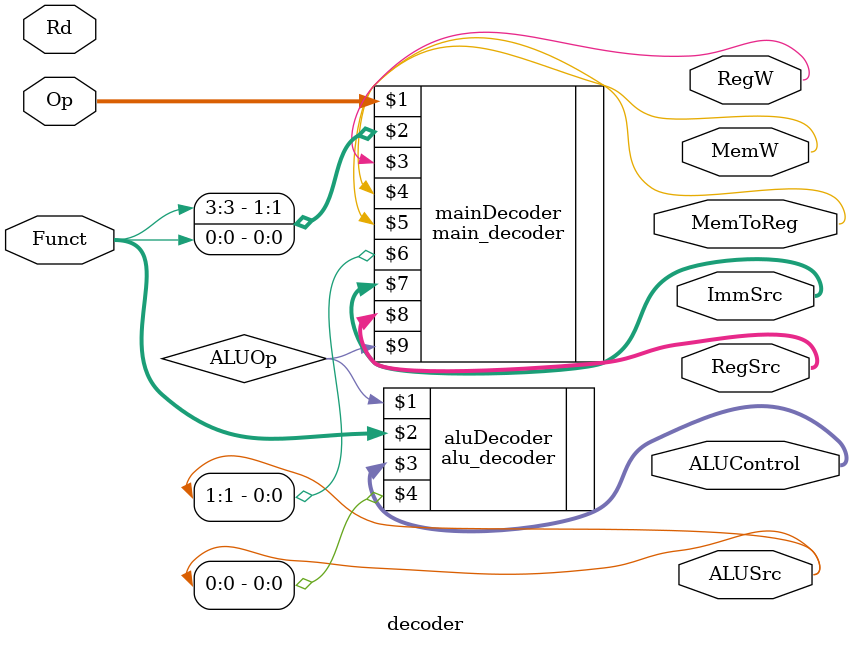
<source format=sv>
module decoder(Rd, Op, Funct, RegW, MemW, MemToReg, ALUSrc, ImmSrc, RegSrc, ALUControl);

	// Inputs
	input logic [3:0] Rd;
	input logic [1:0] Op;
	input logic [3:0] Funct;
	
	// Outputs
	output logic RegW, MemW, MemToReg;
	output logic [1:0] ImmSrc, RegSrc, ALUSrc;
	output logic [2:0] ALUControl;
	
	// Wires
	logic ALUOp;

	// Main decoder logic
	main_decoder mainDecoder (Op, {Funct[3], Funct[0]}, RegW, MemW, MemToReg, ALUSrc[1], ImmSrc, RegSrc, ALUOp);
	
	// ALU decoder logic
	alu_decoder aluDecoder (ALUOp, Funct, ALUControl, ALUSrc[0]);
	
endmodule 
</source>
